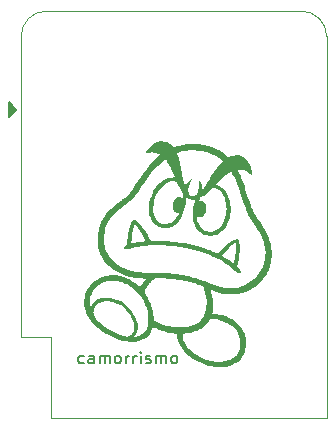
<source format=gbr>
%TF.GenerationSoftware,KiCad,Pcbnew,(6.0.7-1)-1*%
%TF.CreationDate,2022-09-04T19:45:35+02:00*%
%TF.ProjectId,PEQUENA,50455155-454e-4412-9e6b-696361645f70,rev?*%
%TF.SameCoordinates,Original*%
%TF.FileFunction,Legend,Top*%
%TF.FilePolarity,Positive*%
%FSLAX46Y46*%
G04 Gerber Fmt 4.6, Leading zero omitted, Abs format (unit mm)*
G04 Created by KiCad (PCBNEW (6.0.7-1)-1) date 2022-09-04 19:45:35*
%MOMM*%
%LPD*%
G01*
G04 APERTURE LIST*
%ADD10C,0.150000*%
%ADD11C,0.120000*%
G04 APERTURE END LIST*
D10*
X44135714Y-53204761D02*
X44040476Y-53252380D01*
X43850000Y-53252380D01*
X43754761Y-53204761D01*
X43707142Y-53157142D01*
X43659523Y-53061904D01*
X43659523Y-52776190D01*
X43707142Y-52680952D01*
X43754761Y-52633333D01*
X43850000Y-52585714D01*
X44040476Y-52585714D01*
X44135714Y-52633333D01*
X44992857Y-53252380D02*
X44992857Y-52728571D01*
X44945238Y-52633333D01*
X44850000Y-52585714D01*
X44659523Y-52585714D01*
X44564285Y-52633333D01*
X44992857Y-53204761D02*
X44897619Y-53252380D01*
X44659523Y-53252380D01*
X44564285Y-53204761D01*
X44516666Y-53109523D01*
X44516666Y-53014285D01*
X44564285Y-52919047D01*
X44659523Y-52871428D01*
X44897619Y-52871428D01*
X44992857Y-52823809D01*
X45469047Y-53252380D02*
X45469047Y-52585714D01*
X45469047Y-52680952D02*
X45516666Y-52633333D01*
X45611904Y-52585714D01*
X45754761Y-52585714D01*
X45850000Y-52633333D01*
X45897619Y-52728571D01*
X45897619Y-53252380D01*
X45897619Y-52728571D02*
X45945238Y-52633333D01*
X46040476Y-52585714D01*
X46183333Y-52585714D01*
X46278571Y-52633333D01*
X46326190Y-52728571D01*
X46326190Y-53252380D01*
X46945238Y-53252380D02*
X46850000Y-53204761D01*
X46802380Y-53157142D01*
X46754761Y-53061904D01*
X46754761Y-52776190D01*
X46802380Y-52680952D01*
X46850000Y-52633333D01*
X46945238Y-52585714D01*
X47088095Y-52585714D01*
X47183333Y-52633333D01*
X47230952Y-52680952D01*
X47278571Y-52776190D01*
X47278571Y-53061904D01*
X47230952Y-53157142D01*
X47183333Y-53204761D01*
X47088095Y-53252380D01*
X46945238Y-53252380D01*
X47707142Y-53252380D02*
X47707142Y-52585714D01*
X47707142Y-52776190D02*
X47754761Y-52680952D01*
X47802380Y-52633333D01*
X47897619Y-52585714D01*
X47992857Y-52585714D01*
X48326190Y-53252380D02*
X48326190Y-52585714D01*
X48326190Y-52776190D02*
X48373809Y-52680952D01*
X48421428Y-52633333D01*
X48516666Y-52585714D01*
X48611904Y-52585714D01*
X48945238Y-53252380D02*
X48945238Y-52585714D01*
X48945238Y-52252380D02*
X48897619Y-52300000D01*
X48945238Y-52347619D01*
X48992857Y-52300000D01*
X48945238Y-52252380D01*
X48945238Y-52347619D01*
X49373809Y-53204761D02*
X49469047Y-53252380D01*
X49659523Y-53252380D01*
X49754761Y-53204761D01*
X49802380Y-53109523D01*
X49802380Y-53061904D01*
X49754761Y-52966666D01*
X49659523Y-52919047D01*
X49516666Y-52919047D01*
X49421428Y-52871428D01*
X49373809Y-52776190D01*
X49373809Y-52728571D01*
X49421428Y-52633333D01*
X49516666Y-52585714D01*
X49659523Y-52585714D01*
X49754761Y-52633333D01*
X50230952Y-53252380D02*
X50230952Y-52585714D01*
X50230952Y-52680952D02*
X50278571Y-52633333D01*
X50373809Y-52585714D01*
X50516666Y-52585714D01*
X50611904Y-52633333D01*
X50659523Y-52728571D01*
X50659523Y-53252380D01*
X50659523Y-52728571D02*
X50707142Y-52633333D01*
X50802380Y-52585714D01*
X50945238Y-52585714D01*
X51040476Y-52633333D01*
X51088095Y-52728571D01*
X51088095Y-53252380D01*
X51707142Y-53252380D02*
X51611904Y-53204761D01*
X51564285Y-53157142D01*
X51516666Y-53061904D01*
X51516666Y-52776190D01*
X51564285Y-52680952D01*
X51611904Y-52633333D01*
X51707142Y-52585714D01*
X51850000Y-52585714D01*
X51945238Y-52633333D01*
X51992857Y-52680952D01*
X52040476Y-52776190D01*
X52040476Y-53061904D01*
X51992857Y-53157142D01*
X51945238Y-53204761D01*
X51850000Y-53252380D01*
X51707142Y-53252380D01*
%TO.C,G\u002A\u002A\u002A*%
G36*
X54405202Y-43910908D02*
G01*
X53916499Y-43747209D01*
X53426152Y-43611815D01*
X53113828Y-43541100D01*
X53043697Y-43526261D01*
X52965970Y-43509284D01*
X52941839Y-43503887D01*
X52865045Y-43487860D01*
X52783338Y-43472662D01*
X52760798Y-43468881D01*
X52702344Y-43459411D01*
X52621607Y-43446269D01*
X52532037Y-43431645D01*
X52489237Y-43424642D01*
X52390705Y-43409089D01*
X52285203Y-43393365D01*
X52190835Y-43380145D01*
X52163364Y-43376549D01*
X52069618Y-43364587D01*
X51966708Y-43351419D01*
X51882751Y-43340645D01*
X51729391Y-43321716D01*
X51586625Y-43306020D01*
X51448244Y-43293187D01*
X51308038Y-43282849D01*
X51159799Y-43274636D01*
X50997315Y-43268179D01*
X50814378Y-43263109D01*
X50604778Y-43259055D01*
X50479114Y-43257170D01*
X50280601Y-43254680D01*
X50113500Y-43253247D01*
X49973024Y-43252964D01*
X49854390Y-43253921D01*
X49752813Y-43256210D01*
X49663508Y-43259923D01*
X49581691Y-43265149D01*
X49502576Y-43271982D01*
X49456234Y-43276697D01*
X49214797Y-43303443D01*
X49003337Y-43329366D01*
X48815672Y-43355561D01*
X48645622Y-43383117D01*
X48487006Y-43413127D01*
X48333643Y-43446684D01*
X48179353Y-43484878D01*
X48017953Y-43528802D01*
X47999430Y-43534050D01*
X47868501Y-43568050D01*
X47757035Y-43590447D01*
X47669308Y-43600593D01*
X47609596Y-43597844D01*
X47598341Y-43594623D01*
X47536614Y-43557205D01*
X47505580Y-43507231D01*
X47504363Y-43449876D01*
X47532089Y-43390317D01*
X47587882Y-43333731D01*
X47648893Y-43295708D01*
X47706288Y-43262897D01*
X47746946Y-43227441D01*
X47774488Y-43181995D01*
X47792533Y-43119215D01*
X47804702Y-43031756D01*
X47806338Y-43013452D01*
X48163269Y-43013452D01*
X48165132Y-43033374D01*
X48168829Y-43046800D01*
X48172407Y-43054413D01*
X48182535Y-43073770D01*
X48192867Y-43083992D01*
X48211993Y-43085561D01*
X48248504Y-43078961D01*
X48310991Y-43064675D01*
X48319654Y-43062693D01*
X48392402Y-43047930D01*
X48492379Y-43030182D01*
X48610861Y-43010760D01*
X48739123Y-42990974D01*
X48868443Y-42972137D01*
X48990095Y-42955558D01*
X49095357Y-42942550D01*
X49170122Y-42934872D01*
X49251654Y-42927159D01*
X49307645Y-42916885D01*
X49339643Y-42899088D01*
X49349201Y-42868806D01*
X49337870Y-42821077D01*
X49307199Y-42750939D01*
X49258739Y-42653429D01*
X49258333Y-42652622D01*
X49085782Y-42327241D01*
X48909480Y-42030005D01*
X48724501Y-41752871D01*
X48619287Y-41608767D01*
X48553361Y-41525249D01*
X48502560Y-41471286D01*
X48464012Y-41445017D01*
X48434839Y-41444582D01*
X48412168Y-41468120D01*
X48409473Y-41472986D01*
X48392515Y-41517617D01*
X48371685Y-41591860D01*
X48348237Y-41689484D01*
X48323424Y-41804258D01*
X48298499Y-41929950D01*
X48274717Y-42060329D01*
X48253329Y-42189164D01*
X48235590Y-42310223D01*
X48226503Y-42382716D01*
X48207221Y-42551242D01*
X48191849Y-42687489D01*
X48180091Y-42795140D01*
X48171651Y-42877878D01*
X48166232Y-42939387D01*
X48163537Y-42983351D01*
X48163269Y-43013452D01*
X47806338Y-43013452D01*
X47810394Y-42968070D01*
X47828075Y-42788067D01*
X47852805Y-42595650D01*
X47883346Y-42397110D01*
X47918458Y-42198740D01*
X47956904Y-42006831D01*
X47997444Y-41827674D01*
X48038840Y-41667560D01*
X48079852Y-41532781D01*
X48108232Y-41455490D01*
X48173072Y-41313714D01*
X48238800Y-41207252D01*
X48306943Y-41135215D01*
X48379024Y-41096714D01*
X48456569Y-41090861D01*
X48541103Y-41116768D01*
X48615208Y-41160052D01*
X48716904Y-41242304D01*
X48830524Y-41356653D01*
X48954853Y-41501453D01*
X49088677Y-41675058D01*
X49230783Y-41875826D01*
X49379955Y-42102109D01*
X49534980Y-42352265D01*
X49689086Y-42614923D01*
X49736498Y-42697103D01*
X49778740Y-42769023D01*
X49811999Y-42824288D01*
X49832463Y-42856504D01*
X49835707Y-42860924D01*
X49851106Y-42867836D01*
X49886802Y-42873859D01*
X49945485Y-42879147D01*
X50029843Y-42883853D01*
X50142565Y-42888129D01*
X50286340Y-42892128D01*
X50447790Y-42895683D01*
X50855406Y-42907558D01*
X51231115Y-42926297D01*
X51578609Y-42952163D01*
X51901582Y-42985419D01*
X52136208Y-43016276D01*
X52215700Y-43027579D01*
X52310419Y-43040742D01*
X52398717Y-43052761D01*
X52698575Y-43098910D01*
X53023903Y-43159915D01*
X53367859Y-43234303D01*
X53723597Y-43320597D01*
X54064291Y-43411720D01*
X54189068Y-43449142D01*
X54337704Y-43497768D01*
X54500912Y-43554224D01*
X54669406Y-43615135D01*
X54833902Y-43677128D01*
X54985114Y-43736827D01*
X55113755Y-43790858D01*
X55141483Y-43803166D01*
X55223637Y-43840127D01*
X55299157Y-43874071D01*
X55358650Y-43900777D01*
X55388624Y-43914198D01*
X55435592Y-43931769D01*
X55471659Y-43939635D01*
X55473059Y-43939665D01*
X55496619Y-43926330D01*
X55534627Y-43890954D01*
X55579830Y-43840481D01*
X55591246Y-43826515D01*
X55696491Y-43704952D01*
X55825596Y-43571238D01*
X55971402Y-43431899D01*
X56126751Y-43293459D01*
X56284484Y-43162447D01*
X56437442Y-43045387D01*
X56486602Y-43010265D01*
X56644142Y-42906457D01*
X56786726Y-42825688D01*
X56912431Y-42768707D01*
X57019332Y-42736265D01*
X57105506Y-42729114D01*
X57164850Y-42745531D01*
X57213493Y-42784283D01*
X57252747Y-42842325D01*
X57283267Y-42922519D01*
X57305709Y-43027724D01*
X57320727Y-43160800D01*
X57328976Y-43324607D01*
X57331122Y-43471759D01*
X57322698Y-43791165D01*
X57296367Y-44111322D01*
X57253357Y-44421781D01*
X57194897Y-44712094D01*
X57176471Y-44786256D01*
X57151532Y-44887651D01*
X57137864Y-44961367D01*
X57135669Y-45014200D01*
X57145144Y-45052946D01*
X57166491Y-45084398D01*
X57185772Y-45103215D01*
X57258481Y-45179877D01*
X57324559Y-45270937D01*
X57376072Y-45364150D01*
X57403182Y-45438752D01*
X57415526Y-45496124D01*
X57416719Y-45531149D01*
X57405816Y-45556221D01*
X57393038Y-45571683D01*
X57340184Y-45616644D01*
X57288983Y-45629718D01*
X57268710Y-45627051D01*
X57229382Y-45608746D01*
X57165805Y-45566571D01*
X57079733Y-45501849D01*
X56972926Y-45415902D01*
X56847138Y-45310053D01*
X56843265Y-45306734D01*
X56526703Y-45048268D01*
X56211159Y-44817785D01*
X55886758Y-44608740D01*
X55543626Y-44414583D01*
X55340627Y-44310424D01*
X54930481Y-44121576D01*
X55850708Y-44121576D01*
X55862557Y-44142865D01*
X55879223Y-44151733D01*
X55917468Y-44170616D01*
X55956165Y-44194553D01*
X55985582Y-44213739D01*
X56040056Y-44248355D01*
X56113847Y-44294788D01*
X56201216Y-44349427D01*
X56295162Y-44407877D01*
X56395979Y-44471375D01*
X56493992Y-44534785D01*
X56581902Y-44593263D01*
X56652407Y-44641963D01*
X56693451Y-44672246D01*
X56745938Y-44712162D01*
X56787462Y-44741359D01*
X56809908Y-44754169D01*
X56810945Y-44754336D01*
X56828811Y-44740359D01*
X56840073Y-44722666D01*
X56850762Y-44689679D01*
X56866454Y-44623991D01*
X56886519Y-44528665D01*
X56910327Y-44406769D01*
X56937246Y-44261365D01*
X56952458Y-44176389D01*
X56973199Y-44044217D01*
X56990669Y-43903111D01*
X57004654Y-43758348D01*
X57014942Y-43615203D01*
X57021321Y-43478950D01*
X57023578Y-43354865D01*
X57021501Y-43248224D01*
X57014876Y-43164302D01*
X57003492Y-43108374D01*
X56996123Y-43092802D01*
X56973300Y-43065479D01*
X56949784Y-43056100D01*
X56917659Y-43065984D01*
X56869010Y-43096450D01*
X56836638Y-43119365D01*
X56700309Y-43224021D01*
X56550455Y-43350659D01*
X56394899Y-43492015D01*
X56241463Y-43640823D01*
X56097969Y-43789820D01*
X56012675Y-43884543D01*
X55937431Y-43973286D01*
X55886471Y-44040138D01*
X55858121Y-44088451D01*
X55850708Y-44121576D01*
X54930481Y-44121576D01*
X54882998Y-44099713D01*
X54405202Y-43910908D01*
G37*
G36*
X52043328Y-50838691D02*
G01*
X52036834Y-50783117D01*
X52027091Y-50755758D01*
X52025878Y-50754790D01*
X51998608Y-50747510D01*
X51946710Y-50740458D01*
X51885572Y-50735447D01*
X51712980Y-50718640D01*
X51517363Y-50688115D01*
X51308344Y-50645807D01*
X51095546Y-50593655D01*
X50899672Y-50537072D01*
X50760848Y-50492237D01*
X50640659Y-50449630D01*
X50527258Y-50404472D01*
X50408801Y-50351983D01*
X50273441Y-50287384D01*
X50239189Y-50270566D01*
X50144656Y-50224095D01*
X50076876Y-50194149D01*
X50029634Y-50182283D01*
X49996713Y-50190053D01*
X49971897Y-50219014D01*
X49948972Y-50270724D01*
X49921721Y-50346737D01*
X49920436Y-50350350D01*
X49826142Y-50562811D01*
X49702263Y-50756146D01*
X49551032Y-50928508D01*
X49374686Y-51078049D01*
X49175459Y-51202921D01*
X48955586Y-51301275D01*
X48717301Y-51371264D01*
X48674990Y-51380235D01*
X48528317Y-51401818D01*
X48358426Y-51413905D01*
X48177071Y-51416380D01*
X47996004Y-51409122D01*
X47826981Y-51392015D01*
X47805989Y-51388984D01*
X47479157Y-51325093D01*
X47142550Y-51229936D01*
X46794609Y-51102990D01*
X46433774Y-50943728D01*
X46325140Y-50890748D01*
X46039804Y-50742048D01*
X45785570Y-50594911D01*
X45557667Y-50446010D01*
X45351319Y-50292016D01*
X45161755Y-50129601D01*
X44985103Y-49956381D01*
X44765021Y-49701014D01*
X44576822Y-49428500D01*
X44420564Y-49138943D01*
X44327457Y-48909291D01*
X44948895Y-48909291D01*
X44964906Y-49047773D01*
X45013406Y-49192304D01*
X45095092Y-49344491D01*
X45205368Y-49499270D01*
X45409488Y-49731185D01*
X45645006Y-49951790D01*
X45908272Y-50158858D01*
X46195636Y-50350165D01*
X46503446Y-50523486D01*
X46828052Y-50676596D01*
X47165803Y-50807270D01*
X47513048Y-50913283D01*
X47534904Y-50919019D01*
X47609172Y-50939116D01*
X47669592Y-50956957D01*
X47707986Y-50970046D01*
X47717066Y-50974599D01*
X47745593Y-50982236D01*
X47797514Y-50979200D01*
X47862263Y-50967370D01*
X47929270Y-50948629D01*
X47983165Y-50927221D01*
X48098852Y-50853163D01*
X48204508Y-50749917D01*
X48295039Y-50624165D01*
X48365350Y-50482588D01*
X48398575Y-50382340D01*
X48423949Y-50221487D01*
X48420298Y-50044998D01*
X48389145Y-49856672D01*
X48332015Y-49660311D01*
X48250430Y-49459716D01*
X48145913Y-49258687D01*
X48019990Y-49061025D01*
X47874181Y-48870532D01*
X47727869Y-48709026D01*
X47511021Y-48509880D01*
X47283124Y-48344065D01*
X47040535Y-48209470D01*
X46779614Y-48103983D01*
X46585315Y-48046638D01*
X46517867Y-48030799D01*
X46453698Y-48019486D01*
X46384385Y-48011961D01*
X46301506Y-48007487D01*
X46196638Y-48005325D01*
X46107555Y-48004797D01*
X45988209Y-48004981D01*
X45897449Y-48006664D01*
X45827667Y-48010543D01*
X45771249Y-48017319D01*
X45720584Y-48027693D01*
X45668060Y-48042363D01*
X45654954Y-48046406D01*
X45500272Y-48103496D01*
X45372280Y-48171578D01*
X45261899Y-48256043D01*
X45201719Y-48315354D01*
X45086606Y-48461252D01*
X45005876Y-48615626D01*
X44960058Y-48777231D01*
X44948895Y-48909291D01*
X44327457Y-48909291D01*
X44296302Y-48832447D01*
X44213064Y-48547149D01*
X44200769Y-48485255D01*
X44191933Y-48412311D01*
X44186133Y-48321906D01*
X44182945Y-48207627D01*
X44181956Y-48076443D01*
X44182325Y-47948866D01*
X44182492Y-47940056D01*
X44643113Y-47940056D01*
X44643363Y-48022853D01*
X44646184Y-48130755D01*
X44652970Y-48269263D01*
X44663629Y-48378804D01*
X44677764Y-48458104D01*
X44694975Y-48505890D01*
X44714861Y-48520888D01*
X44737025Y-48501823D01*
X44752607Y-48470207D01*
X44830495Y-48300360D01*
X44915757Y-48160554D01*
X45013099Y-48044722D01*
X45127225Y-47946796D01*
X45193300Y-47901861D01*
X45363260Y-47813137D01*
X45556402Y-47744930D01*
X45765205Y-47698571D01*
X45982145Y-47675388D01*
X46199700Y-47676711D01*
X46362685Y-47695229D01*
X46680327Y-47765114D01*
X46981456Y-47866801D01*
X47264740Y-47999384D01*
X47528846Y-48161953D01*
X47772440Y-48353600D01*
X47994191Y-48573416D01*
X48192765Y-48820492D01*
X48335744Y-49040052D01*
X48470375Y-49287646D01*
X48573113Y-49521095D01*
X48644562Y-49742220D01*
X48685325Y-49952844D01*
X48696300Y-50127852D01*
X48688962Y-50310170D01*
X48665780Y-50465636D01*
X48624534Y-50600943D01*
X48563005Y-50722785D01*
X48478974Y-50837855D01*
X48449912Y-50871099D01*
X48404250Y-50923879D01*
X48370048Y-50967833D01*
X48353245Y-50995192D01*
X48352459Y-50998571D01*
X48368454Y-51014624D01*
X48413519Y-51016711D01*
X48483278Y-51004732D01*
X48495191Y-51001820D01*
X48551855Y-50988214D01*
X48622938Y-50972055D01*
X48660228Y-50963902D01*
X48720976Y-50946333D01*
X48800809Y-50917065D01*
X48886673Y-50881066D01*
X48928312Y-50861845D01*
X49097652Y-50761224D01*
X49244804Y-50633141D01*
X49368287Y-50479841D01*
X49466616Y-50303568D01*
X49538311Y-50106563D01*
X49581887Y-49891071D01*
X49584623Y-49868745D01*
X49598752Y-49678539D01*
X49600541Y-49471530D01*
X49590547Y-49261449D01*
X49569330Y-49062032D01*
X49546308Y-48927334D01*
X49461596Y-48596255D01*
X49347292Y-48276538D01*
X49205349Y-47971210D01*
X49037721Y-47683297D01*
X48846363Y-47415828D01*
X48659878Y-47202338D01*
X49294168Y-47202338D01*
X49295267Y-47219623D01*
X49300034Y-47238649D01*
X49311065Y-47264254D01*
X49330957Y-47301275D01*
X49362306Y-47354549D01*
X49407708Y-47428911D01*
X49468742Y-47527556D01*
X49582603Y-47724958D01*
X49689775Y-47937237D01*
X49785681Y-48154065D01*
X49865750Y-48365111D01*
X49924637Y-48557111D01*
X49983422Y-48808543D01*
X50028927Y-49061737D01*
X50058811Y-49302901D01*
X50065439Y-49386316D01*
X50077777Y-49573736D01*
X50152003Y-49627913D01*
X50213884Y-49667486D01*
X50301880Y-49716243D01*
X50408263Y-49770506D01*
X50525301Y-49826598D01*
X50645265Y-49880841D01*
X50760424Y-49929557D01*
X50863047Y-49969069D01*
X50886084Y-49977162D01*
X51140309Y-50056246D01*
X51400466Y-50120337D01*
X51678418Y-50172182D01*
X51819387Y-50193212D01*
X51867352Y-50196573D01*
X51944480Y-50198161D01*
X52043844Y-50198163D01*
X52158520Y-50196766D01*
X52281581Y-50194156D01*
X52406101Y-50190521D01*
X52525155Y-50186047D01*
X52631817Y-50180921D01*
X52719161Y-50175330D01*
X52780261Y-50169461D01*
X52797007Y-50166846D01*
X52952567Y-50133640D01*
X53107407Y-50095627D01*
X53252567Y-50055285D01*
X53379088Y-50015092D01*
X53471616Y-49980253D01*
X53631404Y-49901253D01*
X53791735Y-49801043D01*
X53939250Y-49688613D01*
X54032167Y-49602975D01*
X54181943Y-49425234D01*
X54305604Y-49223723D01*
X54402991Y-48999916D01*
X54473946Y-48755287D01*
X54518312Y-48491309D01*
X54535930Y-48209455D01*
X54526644Y-47911199D01*
X54490294Y-47598015D01*
X54426724Y-47271376D01*
X54335775Y-46932756D01*
X54322776Y-46890627D01*
X54280297Y-46754847D01*
X54117982Y-46689787D01*
X53988021Y-46639877D01*
X53839515Y-46586503D01*
X53679126Y-46531753D01*
X53513516Y-46477713D01*
X53349349Y-46426470D01*
X53193287Y-46380109D01*
X53051993Y-46340718D01*
X52932130Y-46310382D01*
X52851319Y-46293137D01*
X52802665Y-46283824D01*
X52729981Y-46269471D01*
X52644701Y-46252348D01*
X52588810Y-46240989D01*
X52417111Y-46207228D01*
X52251204Y-46177599D01*
X52079848Y-46150283D01*
X51891806Y-46123459D01*
X51737919Y-46103191D01*
X51669958Y-46096330D01*
X51571698Y-46088988D01*
X51449038Y-46081477D01*
X51307878Y-46074112D01*
X51154117Y-46067206D01*
X50993655Y-46061073D01*
X50871430Y-46057138D01*
X50213137Y-46037765D01*
X50115724Y-46096804D01*
X50028915Y-46155740D01*
X49929480Y-46233175D01*
X49828124Y-46319921D01*
X49735553Y-46406788D01*
X49662473Y-46484588D01*
X49658600Y-46489175D01*
X49593719Y-46574353D01*
X49527562Y-46674685D01*
X49463559Y-46783452D01*
X49405145Y-46893938D01*
X49355750Y-46999426D01*
X49318807Y-47093200D01*
X49297749Y-47168541D01*
X49294168Y-47202338D01*
X48659878Y-47202338D01*
X48633227Y-47171828D01*
X48400269Y-46954324D01*
X48152932Y-46768669D01*
X48048635Y-46703980D01*
X47923111Y-46633627D01*
X47788532Y-46563874D01*
X47657070Y-46500982D01*
X47540898Y-46451217D01*
X47521456Y-46443724D01*
X47379837Y-46396484D01*
X47218985Y-46352993D01*
X47049179Y-46315278D01*
X46880697Y-46285368D01*
X46723818Y-46265292D01*
X46588821Y-46257077D01*
X46575193Y-46256985D01*
X46344807Y-46272225D01*
X46107943Y-46316060D01*
X45873567Y-46385663D01*
X45650645Y-46478205D01*
X45448141Y-46590860D01*
X45388223Y-46631329D01*
X45198315Y-46785823D01*
X45035839Y-46960954D01*
X44899505Y-47158654D01*
X44788025Y-47380851D01*
X44700108Y-47629476D01*
X44684986Y-47683480D01*
X44666420Y-47755646D01*
X44653808Y-47816059D01*
X44646317Y-47874327D01*
X44643113Y-47940056D01*
X44182492Y-47940056D01*
X44184198Y-47849773D01*
X44188198Y-47771449D01*
X44194945Y-47706183D01*
X44205061Y-47646259D01*
X44219166Y-47583964D01*
X44222777Y-47569530D01*
X44272713Y-47398536D01*
X44336020Y-47221972D01*
X44406505Y-47056338D01*
X44444474Y-46978973D01*
X44489945Y-46900650D01*
X44551208Y-46807771D01*
X44621808Y-46708980D01*
X44695287Y-46612923D01*
X44765190Y-46528244D01*
X44825060Y-46463587D01*
X44839751Y-46449701D01*
X45031939Y-46294693D01*
X45247809Y-46153139D01*
X45476350Y-46031393D01*
X45706553Y-45935809D01*
X45763578Y-45916583D01*
X45888636Y-45878155D01*
X45994270Y-45850207D01*
X46094630Y-45829666D01*
X46203869Y-45813461D01*
X46279544Y-45804542D01*
X46593087Y-45787601D01*
X46905455Y-45806198D01*
X47217372Y-45860473D01*
X47529561Y-45950568D01*
X47842747Y-46076625D01*
X47957795Y-46131794D01*
X48136351Y-46225602D01*
X48296554Y-46320497D01*
X48450929Y-46424561D01*
X48611999Y-46545874D01*
X48665680Y-46588595D01*
X48736851Y-46645490D01*
X48797391Y-46693210D01*
X48842019Y-46727645D01*
X48865458Y-46744686D01*
X48867608Y-46745795D01*
X48879753Y-46731759D01*
X48907382Y-46693871D01*
X48945974Y-46638455D01*
X48977564Y-46591921D01*
X49035137Y-46512285D01*
X49107663Y-46420588D01*
X49184317Y-46330197D01*
X49232700Y-46276907D01*
X49291109Y-46213497D01*
X49339087Y-46158817D01*
X49371790Y-46118573D01*
X49384374Y-46098473D01*
X49384391Y-46098195D01*
X49371629Y-46088389D01*
X49331967Y-46079153D01*
X49263343Y-46070249D01*
X49163692Y-46061436D01*
X49030952Y-46052475D01*
X48949893Y-46047773D01*
X48536761Y-46008795D01*
X48136065Y-45938811D01*
X47750123Y-45838478D01*
X47381253Y-45708452D01*
X47031771Y-45549389D01*
X46858874Y-45455650D01*
X46670712Y-45336756D01*
X46480926Y-45196743D01*
X46296816Y-45042111D01*
X46125683Y-44879362D01*
X45974825Y-44714995D01*
X45857330Y-44563823D01*
X45682486Y-44284736D01*
X45540995Y-43993970D01*
X45432749Y-43690938D01*
X45357638Y-43375051D01*
X45315554Y-43045721D01*
X45306388Y-42702361D01*
X45307436Y-42686498D01*
X45872493Y-42686498D01*
X45873644Y-42838744D01*
X45877899Y-42983835D01*
X45885264Y-43113125D01*
X45895742Y-43217968D01*
X45898203Y-43235184D01*
X45953188Y-43486199D01*
X46040733Y-43738990D01*
X46158191Y-43986878D01*
X46270504Y-44175018D01*
X46350523Y-44284482D01*
X46453332Y-44406370D01*
X46571478Y-44533195D01*
X46697509Y-44657471D01*
X46823973Y-44771711D01*
X46943416Y-44868429D01*
X47003907Y-44911774D01*
X47272742Y-45073285D01*
X47568710Y-45213668D01*
X47888933Y-45332050D01*
X48230533Y-45427558D01*
X48590630Y-45499319D01*
X48966347Y-45546460D01*
X49139986Y-45559423D01*
X49192592Y-45561769D01*
X49277325Y-45564577D01*
X49390111Y-45567751D01*
X49526874Y-45571195D01*
X49683538Y-45574814D01*
X49856026Y-45578510D01*
X50040264Y-45582189D01*
X50232176Y-45585753D01*
X50327851Y-45587430D01*
X50520152Y-45591003D01*
X50705268Y-45594961D01*
X50879348Y-45599185D01*
X51038542Y-45603559D01*
X51178997Y-45607965D01*
X51296865Y-45612288D01*
X51388295Y-45616410D01*
X51449436Y-45620214D01*
X51468407Y-45622082D01*
X51537301Y-45630702D01*
X51630783Y-45641951D01*
X51737453Y-45654480D01*
X51845909Y-45666935D01*
X51864647Y-45669054D01*
X51992604Y-45685036D01*
X52136448Y-45705563D01*
X52286194Y-45728995D01*
X52431858Y-45753693D01*
X52563456Y-45778017D01*
X52671004Y-45800328D01*
X52688382Y-45804319D01*
X52738606Y-45815878D01*
X52811689Y-45832434D01*
X52895140Y-45851161D01*
X52932787Y-45859554D01*
X53065834Y-45891880D01*
X53226353Y-45935353D01*
X53408094Y-45987944D01*
X53604803Y-46047623D01*
X53810231Y-46112357D01*
X54018125Y-46180118D01*
X54222233Y-46248874D01*
X54416303Y-46316595D01*
X54594085Y-46381250D01*
X54749326Y-46440808D01*
X54851818Y-46482877D01*
X54929617Y-46513906D01*
X55033636Y-46552250D01*
X55155343Y-46595054D01*
X55286207Y-46639465D01*
X55417695Y-46682629D01*
X55541277Y-46721692D01*
X55648420Y-46753799D01*
X55721849Y-46773912D01*
X55854513Y-46806649D01*
X55965627Y-46831532D01*
X56068322Y-46851114D01*
X56175728Y-46867946D01*
X56272987Y-46881035D01*
X56397725Y-46895461D01*
X56503486Y-46903310D01*
X56602904Y-46904617D01*
X56708615Y-46899412D01*
X56833256Y-46887728D01*
X56879473Y-46882596D01*
X57192133Y-46829107D01*
X57494548Y-46741920D01*
X57784640Y-46622612D01*
X58060332Y-46472760D01*
X58319547Y-46293939D01*
X58560208Y-46087728D01*
X58780237Y-45855701D01*
X58977558Y-45599438D01*
X59150093Y-45320513D01*
X59277771Y-45062117D01*
X59385729Y-44774360D01*
X59462894Y-44473705D01*
X59508296Y-44166361D01*
X59520963Y-43858538D01*
X59505680Y-43604923D01*
X59494483Y-43507946D01*
X59483073Y-43427173D01*
X59469395Y-43353700D01*
X59451392Y-43278625D01*
X59427009Y-43193044D01*
X59394189Y-43088055D01*
X59366785Y-43003428D01*
X59309360Y-42835008D01*
X59249196Y-42675309D01*
X59183996Y-42519969D01*
X59111463Y-42364629D01*
X59029299Y-42204928D01*
X58935209Y-42036506D01*
X58826895Y-41855003D01*
X58702060Y-41656057D01*
X58558409Y-41435310D01*
X58473113Y-41306866D01*
X58380390Y-41167876D01*
X58300055Y-41046297D01*
X58230295Y-40938193D01*
X58169299Y-40839627D01*
X58115254Y-40746662D01*
X58066348Y-40655361D01*
X58020769Y-40561786D01*
X57976705Y-40462001D01*
X57932344Y-40352068D01*
X57885874Y-40228051D01*
X57835484Y-40086012D01*
X57779360Y-39922014D01*
X57715691Y-39732120D01*
X57642665Y-39512394D01*
X57630923Y-39477013D01*
X57544509Y-39217528D01*
X57468116Y-38990100D01*
X57400885Y-38792251D01*
X57341956Y-38621502D01*
X57290471Y-38475377D01*
X57245569Y-38351396D01*
X57206393Y-38247083D01*
X57188348Y-38200677D01*
X57099766Y-37983865D01*
X57001993Y-37758438D01*
X56900988Y-37537683D01*
X56802713Y-37334888D01*
X56778180Y-37286422D01*
X56723869Y-37181361D01*
X56682577Y-37104794D01*
X56651605Y-37052595D01*
X56628250Y-37020640D01*
X56609813Y-37004805D01*
X56593594Y-37000966D01*
X56591381Y-37001147D01*
X56558565Y-37014118D01*
X56503296Y-37045835D01*
X56431228Y-37092219D01*
X56348015Y-37149192D01*
X56259312Y-37212673D01*
X56170773Y-37278584D01*
X56088052Y-37342845D01*
X56016803Y-37401378D01*
X55962680Y-37450103D01*
X55947008Y-37466024D01*
X55924574Y-37487543D01*
X55883954Y-37524461D01*
X55838384Y-37564869D01*
X55777305Y-37620047D01*
X55706658Y-37686439D01*
X55630946Y-37759512D01*
X55554674Y-37834732D01*
X55482345Y-37907566D01*
X55418463Y-37973481D01*
X55367532Y-38027942D01*
X55334057Y-38066416D01*
X55322523Y-38084126D01*
X55338300Y-38099875D01*
X55380042Y-38122632D01*
X55439364Y-38147954D01*
X55451688Y-38152598D01*
X55604224Y-38216587D01*
X55735812Y-38290419D01*
X55858377Y-38381842D01*
X55983322Y-38498081D01*
X56136044Y-38674662D01*
X56264752Y-38873096D01*
X56370798Y-39095960D01*
X56455539Y-39345830D01*
X56481968Y-39446480D01*
X56540501Y-39752507D01*
X56568401Y-40060921D01*
X56566233Y-40367759D01*
X56534558Y-40669061D01*
X56473943Y-40960866D01*
X56384949Y-41239213D01*
X56268141Y-41500140D01*
X56164180Y-41679601D01*
X56096303Y-41772810D01*
X56008291Y-41875680D01*
X55908011Y-41980439D01*
X55803332Y-42079317D01*
X55702120Y-42164543D01*
X55612243Y-42228345D01*
X55602844Y-42234043D01*
X55390133Y-42341135D01*
X55174262Y-42412853D01*
X54957348Y-42449349D01*
X54741506Y-42450778D01*
X54528849Y-42417293D01*
X54321493Y-42349048D01*
X54121553Y-42246197D01*
X53935975Y-42112914D01*
X53777806Y-41958488D01*
X53643685Y-41778337D01*
X53534805Y-41574817D01*
X53452357Y-41350284D01*
X53397532Y-41107093D01*
X53385977Y-41025386D01*
X53376790Y-40922474D01*
X53370845Y-40797890D01*
X53370789Y-40795081D01*
X53700932Y-40795081D01*
X53701894Y-40850171D01*
X53709512Y-40925774D01*
X53722758Y-41014572D01*
X53740602Y-41109249D01*
X53762014Y-41202491D01*
X53776194Y-41254871D01*
X53851345Y-41460709D01*
X53949542Y-41638674D01*
X54071040Y-41789028D01*
X54216095Y-41912036D01*
X54384961Y-42007959D01*
X54573689Y-42075909D01*
X54697099Y-42098266D01*
X54838939Y-42105314D01*
X54985012Y-42097440D01*
X55121118Y-42075030D01*
X55177967Y-42059471D01*
X55355128Y-41984143D01*
X55520130Y-41876187D01*
X55671540Y-41737557D01*
X55807926Y-41570207D01*
X55927856Y-41376092D01*
X56029897Y-41157165D01*
X56112618Y-40915382D01*
X56161767Y-40717142D01*
X56203472Y-40456270D01*
X56220286Y-40194019D01*
X56213096Y-39934531D01*
X56182790Y-39681949D01*
X56130256Y-39440417D01*
X56056382Y-39214077D01*
X55962056Y-39007073D01*
X55848166Y-38823548D01*
X55724430Y-38676517D01*
X55587513Y-38557114D01*
X55442196Y-38466984D01*
X55292712Y-38408155D01*
X55143293Y-38382655D01*
X55109491Y-38381718D01*
X55011655Y-38381718D01*
X54764274Y-38621751D01*
X54639620Y-38740955D01*
X54533719Y-38837830D01*
X54440977Y-38916845D01*
X54355798Y-38982471D01*
X54272589Y-39039175D01*
X54185754Y-39091429D01*
X54154395Y-39108984D01*
X54074101Y-39157122D01*
X54014948Y-39204720D01*
X53970066Y-39260545D01*
X53932589Y-39333363D01*
X53895650Y-39431944D01*
X53891268Y-39444903D01*
X53869203Y-39520240D01*
X53864583Y-39565147D01*
X53878026Y-39581256D01*
X53910152Y-39570197D01*
X53933124Y-39555197D01*
X54009615Y-39520011D01*
X54102006Y-39505873D01*
X54196223Y-39513519D01*
X54267320Y-39537741D01*
X54349695Y-39597472D01*
X54422167Y-39683970D01*
X54476906Y-39787857D01*
X54477621Y-39789675D01*
X54492362Y-39849598D01*
X54502416Y-39935386D01*
X54507707Y-40036990D01*
X54508160Y-40144361D01*
X54503698Y-40247452D01*
X54494245Y-40336212D01*
X54482175Y-40393069D01*
X54422440Y-40548324D01*
X54346177Y-40677963D01*
X54255554Y-40779390D01*
X54152738Y-40850007D01*
X54076367Y-40879264D01*
X53976339Y-40890992D01*
X53884138Y-40868658D01*
X53798129Y-40813662D01*
X53751199Y-40779626D01*
X53717739Y-40765532D01*
X53707656Y-40767818D01*
X53700932Y-40795081D01*
X53370789Y-40795081D01*
X53368136Y-40661731D01*
X53368659Y-40524094D01*
X53372408Y-40395076D01*
X53379379Y-40284775D01*
X53386371Y-40222748D01*
X53414578Y-40052931D01*
X53449333Y-39879323D01*
X53487632Y-39715953D01*
X53520605Y-39596026D01*
X53547562Y-39506020D01*
X53562286Y-39445567D01*
X53561634Y-39409170D01*
X53542465Y-39391333D01*
X53501636Y-39386559D01*
X53436004Y-39389352D01*
X53403540Y-39391275D01*
X53323690Y-39394972D01*
X53267543Y-39393730D01*
X53222705Y-39385440D01*
X53176782Y-39367992D01*
X53127453Y-39344295D01*
X53056301Y-39304259D01*
X52987100Y-39257748D01*
X52944165Y-39223018D01*
X52900956Y-39187859D01*
X52865913Y-39167971D01*
X52852599Y-39166248D01*
X52841108Y-39187382D01*
X52828540Y-39238795D01*
X52816137Y-39314629D01*
X52809114Y-39371011D01*
X52766976Y-39684314D01*
X52713679Y-39973616D01*
X52650001Y-40235266D01*
X52576725Y-40465610D01*
X52573143Y-40475374D01*
X52464190Y-40732100D01*
X52335513Y-40967575D01*
X52189211Y-41179249D01*
X52027382Y-41364572D01*
X51852124Y-41520995D01*
X51665535Y-41645965D01*
X51569146Y-41695627D01*
X51448454Y-41745330D01*
X51331512Y-41778189D01*
X51206034Y-41796678D01*
X51059732Y-41803270D01*
X51033738Y-41803386D01*
X50868625Y-41796309D01*
X50721119Y-41772936D01*
X50577661Y-41730058D01*
X50424694Y-41664462D01*
X50403328Y-41654061D01*
X50238685Y-41559221D01*
X50096765Y-41446675D01*
X49975172Y-41313189D01*
X49871511Y-41155525D01*
X49783386Y-40970445D01*
X49708402Y-40754714D01*
X49689877Y-40689986D01*
X49680527Y-40635257D01*
X49673278Y-40551514D01*
X49668135Y-40445889D01*
X49665103Y-40325515D01*
X49664604Y-40255731D01*
X50024648Y-40255731D01*
X50034222Y-40398221D01*
X50072659Y-40622110D01*
X50134330Y-40822067D01*
X50218255Y-40996853D01*
X50323451Y-41145229D01*
X50448940Y-41265957D01*
X50593739Y-41357797D01*
X50756868Y-41419511D01*
X50859872Y-41441071D01*
X50930946Y-41450951D01*
X50989398Y-41455678D01*
X51047971Y-41455275D01*
X51119409Y-41449762D01*
X51194797Y-41441641D01*
X51368042Y-41403939D01*
X51534752Y-41331799D01*
X51693193Y-41226670D01*
X51841628Y-41090003D01*
X51978321Y-40923248D01*
X52101536Y-40727855D01*
X52142803Y-40649704D01*
X52173616Y-40586028D01*
X52196708Y-40533652D01*
X52208081Y-40501791D01*
X52208624Y-40498031D01*
X52195384Y-40486050D01*
X52153213Y-40487381D01*
X52131682Y-40490795D01*
X52051652Y-40501183D01*
X51990164Y-40497682D01*
X51931641Y-40478527D01*
X51903281Y-40464922D01*
X51808258Y-40396770D01*
X51735091Y-40302216D01*
X51684847Y-40184506D01*
X51658592Y-40046883D01*
X51657391Y-39892590D01*
X51673798Y-39766678D01*
X51711497Y-39617686D01*
X51765498Y-39480243D01*
X51832498Y-39359790D01*
X51909190Y-39261769D01*
X51992273Y-39191622D01*
X52037529Y-39167705D01*
X52098601Y-39151482D01*
X52175117Y-39143578D01*
X52252769Y-39144245D01*
X52317248Y-39153734D01*
X52341069Y-39162365D01*
X52379233Y-39187664D01*
X52425870Y-39225863D01*
X52439180Y-39238070D01*
X52476581Y-39268987D01*
X52503306Y-39282962D01*
X52509205Y-39282040D01*
X52514647Y-39260321D01*
X52520576Y-39210292D01*
X52526209Y-39139827D01*
X52530096Y-39071583D01*
X52539528Y-38872585D01*
X52457270Y-38740302D01*
X52375614Y-38599599D01*
X52287833Y-38431161D01*
X52197538Y-38242128D01*
X52137940Y-38108682D01*
X52099767Y-38024931D01*
X52065067Y-37965108D01*
X52026228Y-37923454D01*
X51975636Y-37894211D01*
X51905681Y-37871621D01*
X51808750Y-37849926D01*
X51791106Y-37846331D01*
X51681573Y-37829283D01*
X51582767Y-37827108D01*
X51482102Y-37840865D01*
X51366996Y-37871613D01*
X51323644Y-37885687D01*
X51151691Y-37961158D01*
X50983170Y-38069566D01*
X50820577Y-38207649D01*
X50666408Y-38372149D01*
X50523159Y-38559805D01*
X50393327Y-38767357D01*
X50279408Y-38991546D01*
X50183898Y-39229111D01*
X50111273Y-39468973D01*
X50070903Y-39659310D01*
X50042364Y-39861658D01*
X50026624Y-40064353D01*
X50024648Y-40255731D01*
X49664604Y-40255731D01*
X49664188Y-40197525D01*
X49665393Y-40069052D01*
X49668725Y-39947228D01*
X49674188Y-39839187D01*
X49681787Y-39752061D01*
X49689179Y-39703314D01*
X49769935Y-39365480D01*
X49867760Y-39057593D01*
X49983981Y-38776997D01*
X50119924Y-38521033D01*
X50276915Y-38287044D01*
X50456280Y-38072370D01*
X50551766Y-37974376D01*
X50730506Y-37818524D01*
X50915760Y-37695361D01*
X51113030Y-37601382D01*
X51171510Y-37579701D01*
X51240474Y-37556797D01*
X51300392Y-37540750D01*
X51361211Y-37530059D01*
X51432880Y-37523221D01*
X51525346Y-37518734D01*
X51588560Y-37516727D01*
X51697041Y-37513368D01*
X51773183Y-37508316D01*
X51820820Y-37498273D01*
X51843785Y-37479941D01*
X51845912Y-37450020D01*
X51831034Y-37405212D01*
X51802986Y-37342220D01*
X51799720Y-37335048D01*
X51769078Y-37267561D01*
X51739780Y-37202834D01*
X51724409Y-37168745D01*
X51705993Y-37128640D01*
X51675972Y-37064207D01*
X51638269Y-36983830D01*
X51596806Y-36895890D01*
X51590192Y-36881905D01*
X51551665Y-36800071D01*
X51519420Y-36730818D01*
X51496282Y-36680271D01*
X51485077Y-36654557D01*
X51484462Y-36652633D01*
X51475821Y-36635764D01*
X51451890Y-36592849D01*
X51415662Y-36529098D01*
X51370127Y-36449721D01*
X51318276Y-36359927D01*
X51263101Y-36264926D01*
X51207592Y-36169926D01*
X51194797Y-36148122D01*
X51145645Y-36068174D01*
X51102997Y-36012412D01*
X51061979Y-35980977D01*
X51017712Y-35974014D01*
X50965320Y-35991664D01*
X50899927Y-36034070D01*
X50816656Y-36101376D01*
X50747592Y-36161210D01*
X50559092Y-36332763D01*
X50377532Y-36511333D01*
X50200075Y-36700384D01*
X50023885Y-36903376D01*
X49846128Y-37123772D01*
X49663966Y-37365031D01*
X49474565Y-37630616D01*
X49275088Y-37923988D01*
X49158315Y-38101105D01*
X49017945Y-38315596D01*
X48894131Y-38502882D01*
X48783898Y-38666249D01*
X48684273Y-38808984D01*
X48592282Y-38934370D01*
X48504953Y-39045696D01*
X48419311Y-39146245D01*
X48332383Y-39239305D01*
X48241197Y-39328161D01*
X48142778Y-39416098D01*
X48034153Y-39506403D01*
X47912348Y-39602361D01*
X47774391Y-39707258D01*
X47617307Y-39824381D01*
X47561342Y-39865846D01*
X47463687Y-39938678D01*
X47359053Y-40017603D01*
X47258650Y-40094113D01*
X47173691Y-40159697D01*
X47157591Y-40172282D01*
X47086307Y-40231147D01*
X47001716Y-40305736D01*
X46908932Y-40391051D01*
X46813068Y-40482097D01*
X46719239Y-40573876D01*
X46632556Y-40661394D01*
X46558135Y-40739653D01*
X46501089Y-40803656D01*
X46468215Y-40845852D01*
X46436564Y-40893001D01*
X46393312Y-40957392D01*
X46347064Y-41026217D01*
X46340526Y-41035944D01*
X46183019Y-41302654D01*
X46055654Y-41589015D01*
X45958800Y-41894069D01*
X45898827Y-42178894D01*
X45887613Y-42273295D01*
X45879483Y-42395127D01*
X45874441Y-42535744D01*
X45872493Y-42686498D01*
X45307436Y-42686498D01*
X45330032Y-42344382D01*
X45382178Y-41993478D01*
X45399837Y-41914333D01*
X45426868Y-41812024D01*
X45460067Y-41697342D01*
X45496236Y-41581078D01*
X45532172Y-41474024D01*
X45554020Y-41414148D01*
X45584757Y-41341167D01*
X45628406Y-41247618D01*
X45680757Y-41141583D01*
X45737600Y-41031142D01*
X45794726Y-40924377D01*
X45847926Y-40829368D01*
X45892989Y-40754197D01*
X45915139Y-40720898D01*
X46012588Y-40597001D01*
X46138766Y-40457449D01*
X46291048Y-40304698D01*
X46466810Y-40141206D01*
X46663426Y-39969427D01*
X46878273Y-39791818D01*
X47067071Y-39642886D01*
X47151247Y-39577594D01*
X47231197Y-39515148D01*
X47299824Y-39461122D01*
X47350031Y-39421089D01*
X47364702Y-39409141D01*
X47410319Y-39373342D01*
X47446953Y-39347802D01*
X47458970Y-39341233D01*
X47494754Y-39319400D01*
X47550486Y-39276090D01*
X47621119Y-39216020D01*
X47701606Y-39143908D01*
X47786897Y-39064470D01*
X47871946Y-38982426D01*
X47951705Y-38902492D01*
X48021125Y-38829385D01*
X48075159Y-38767824D01*
X48083388Y-38757674D01*
X48134678Y-38690182D01*
X48202862Y-38595617D01*
X48285528Y-38477542D01*
X48380265Y-38339515D01*
X48484660Y-38185099D01*
X48596303Y-38017854D01*
X48712782Y-37841339D01*
X48831686Y-37659117D01*
X48920407Y-37521775D01*
X48979959Y-37430790D01*
X49048057Y-37329208D01*
X49112962Y-37234474D01*
X49133604Y-37204954D01*
X49182539Y-37135229D01*
X49226576Y-37072013D01*
X49259613Y-37024087D01*
X49271958Y-37005809D01*
X49292183Y-36977641D01*
X49330642Y-36926198D01*
X49383317Y-36856774D01*
X49446193Y-36774660D01*
X49515253Y-36685148D01*
X49519290Y-36679936D01*
X49586950Y-36596067D01*
X49669694Y-36499042D01*
X49763759Y-36392787D01*
X49865377Y-36281232D01*
X49970783Y-36168305D01*
X50076211Y-36057933D01*
X50177895Y-35954044D01*
X50272070Y-35860568D01*
X50354970Y-35781431D01*
X50422829Y-35720562D01*
X50471881Y-35681889D01*
X50482670Y-35675027D01*
X50526375Y-35640029D01*
X50561976Y-35595137D01*
X50578964Y-35554025D01*
X50579259Y-35549351D01*
X50576722Y-35545495D01*
X50565758Y-35539461D01*
X50541333Y-35529279D01*
X50498416Y-35512978D01*
X50431974Y-35488587D01*
X50336975Y-35454135D01*
X50325951Y-35450148D01*
X50287112Y-35436621D01*
X52053458Y-35436621D01*
X52055083Y-35462963D01*
X52066760Y-35515319D01*
X52086458Y-35585569D01*
X52106766Y-35649615D01*
X52133599Y-35735388D01*
X52165285Y-35844726D01*
X52198559Y-35965909D01*
X52230156Y-36087215D01*
X52242618Y-36137334D01*
X52270784Y-36253805D01*
X52294220Y-36354322D01*
X52314787Y-36447898D01*
X52334346Y-36543544D01*
X52354758Y-36650272D01*
X52377883Y-36777095D01*
X52397652Y-36888133D01*
X52414817Y-36983055D01*
X52433837Y-37085037D01*
X52451027Y-37174377D01*
X52453495Y-37186850D01*
X52471346Y-37276680D01*
X52491677Y-37379129D01*
X52509185Y-37467463D01*
X52540576Y-37618380D01*
X52573399Y-37762527D01*
X52606476Y-37895793D01*
X52638631Y-38014065D01*
X52668688Y-38113233D01*
X52695469Y-38189184D01*
X52717799Y-38237807D01*
X52734501Y-38254989D01*
X52734536Y-38254989D01*
X52747348Y-38239581D01*
X52766669Y-38200169D01*
X52779271Y-38168995D01*
X52825277Y-38068215D01*
X52885299Y-37967767D01*
X52954579Y-37873000D01*
X53028359Y-37789263D01*
X53101881Y-37721904D01*
X53170387Y-37676272D01*
X53229120Y-37657716D01*
X53234220Y-37657555D01*
X53268520Y-37668669D01*
X53274903Y-37700522D01*
X53253443Y-37750882D01*
X53230074Y-37785292D01*
X53154662Y-37905384D01*
X53089255Y-38052228D01*
X53053295Y-38156813D01*
X53000950Y-38353578D01*
X52975048Y-38526785D01*
X52975661Y-38677690D01*
X53002863Y-38807547D01*
X53056727Y-38917610D01*
X53100717Y-38973420D01*
X53191131Y-39052508D01*
X53284282Y-39095753D01*
X53381607Y-39103494D01*
X53484545Y-39076073D01*
X53501679Y-39068423D01*
X53615851Y-38996749D01*
X53710545Y-38897779D01*
X53786127Y-38770676D01*
X53842967Y-38614608D01*
X53881431Y-38428740D01*
X53901888Y-38212236D01*
X53904165Y-38155417D01*
X53908195Y-38033274D01*
X53912310Y-37942767D01*
X53917354Y-37879334D01*
X53924175Y-37838411D01*
X53933616Y-37815435D01*
X53946525Y-37805841D01*
X53963747Y-37805068D01*
X53968968Y-37805738D01*
X54013274Y-37829809D01*
X54052119Y-37885672D01*
X54084223Y-37969156D01*
X54108304Y-38076086D01*
X54123082Y-38202291D01*
X54127372Y-38321811D01*
X54129103Y-38400045D01*
X54133544Y-38464079D01*
X54139954Y-38505720D01*
X54145099Y-38517090D01*
X54169447Y-38514028D01*
X54194976Y-38495437D01*
X54236078Y-38447860D01*
X54294208Y-38370685D01*
X54368221Y-38265631D01*
X54456972Y-38134420D01*
X54559314Y-37978768D01*
X54674103Y-37800396D01*
X54800193Y-37601024D01*
X54934682Y-37385205D01*
X55152772Y-37052649D01*
X55379235Y-36745434D01*
X55610850Y-36467779D01*
X55745240Y-36323019D01*
X55818485Y-36244916D01*
X55872844Y-36181738D01*
X55905753Y-36136671D01*
X55914648Y-36112900D01*
X55914571Y-36112682D01*
X55896077Y-36091417D01*
X55853796Y-36054433D01*
X55793881Y-36006376D01*
X55722482Y-35951891D01*
X55645752Y-35895624D01*
X55569843Y-35842219D01*
X55500907Y-35796323D01*
X55470526Y-35777370D01*
X55357641Y-35714067D01*
X55221265Y-35645342D01*
X55072558Y-35576272D01*
X54922682Y-35511935D01*
X54782797Y-35457410D01*
X54716037Y-35434065D01*
X54593029Y-35394529D01*
X54480547Y-35361619D01*
X54365221Y-35331754D01*
X54233684Y-35301352D01*
X54163863Y-35286161D01*
X53977432Y-35253999D01*
X53765993Y-35230856D01*
X53539670Y-35216989D01*
X53308589Y-35212654D01*
X53082873Y-35218108D01*
X52872647Y-35233606D01*
X52742694Y-35250170D01*
X52558409Y-35280922D01*
X52399440Y-35312058D01*
X52267831Y-35343026D01*
X52165629Y-35373270D01*
X52094878Y-35402240D01*
X52057625Y-35429380D01*
X52053458Y-35436621D01*
X50287112Y-35436621D01*
X50261277Y-35427623D01*
X50207364Y-35412157D01*
X50154609Y-35402434D01*
X50093411Y-35397137D01*
X50014167Y-35394948D01*
X49920561Y-35394547D01*
X49805277Y-35395756D01*
X49716647Y-35400011D01*
X49645179Y-35408255D01*
X49581378Y-35421431D01*
X49543036Y-35432033D01*
X49459912Y-35453594D01*
X49405426Y-35459275D01*
X49375559Y-35448836D01*
X49366290Y-35422033D01*
X49366287Y-35421373D01*
X49379481Y-35370328D01*
X49416457Y-35300544D01*
X49473302Y-35216609D01*
X49546107Y-35123111D01*
X49630958Y-35024639D01*
X49723945Y-34925780D01*
X49821156Y-34831121D01*
X49918680Y-34745252D01*
X49991452Y-34688064D01*
X50172647Y-34575427D01*
X50363254Y-34497076D01*
X50560660Y-34453145D01*
X50762248Y-34443769D01*
X50965403Y-34469081D01*
X51167511Y-34529216D01*
X51355064Y-34618101D01*
X51462861Y-34684465D01*
X51566059Y-34757968D01*
X51653453Y-34830306D01*
X51691520Y-34867430D01*
X51739938Y-34907530D01*
X51791241Y-34921844D01*
X51855856Y-34911964D01*
X51895963Y-34898614D01*
X52032026Y-34854880D01*
X52204200Y-34810899D01*
X52412393Y-34766692D01*
X52656508Y-34722282D01*
X52697434Y-34715401D01*
X52878169Y-34692617D01*
X53084847Y-34678934D01*
X53308434Y-34674097D01*
X53539895Y-34677853D01*
X53770196Y-34689946D01*
X53990300Y-34710123D01*
X54191174Y-34738129D01*
X54308696Y-34760749D01*
X54458252Y-34793964D01*
X54573331Y-34820447D01*
X54654986Y-34840445D01*
X54697933Y-34852236D01*
X55022728Y-34960825D01*
X55322718Y-35083523D01*
X55607963Y-35224668D01*
X55757021Y-35308680D01*
X55831071Y-35352588D01*
X55893195Y-35390216D01*
X55936989Y-35417628D01*
X55956052Y-35430894D01*
X55956165Y-35431020D01*
X55974970Y-35447212D01*
X56012737Y-35476483D01*
X56037634Y-35495055D01*
X56084716Y-35531537D01*
X56147915Y-35582902D01*
X56216170Y-35640105D01*
X56241214Y-35661561D01*
X56299798Y-35710453D01*
X56349307Y-35748722D01*
X56382732Y-35771103D01*
X56391816Y-35774733D01*
X56415962Y-35769274D01*
X56466601Y-35754469D01*
X56535959Y-35732677D01*
X56604629Y-35710154D01*
X56820136Y-35654210D01*
X57030773Y-35631014D01*
X57233796Y-35640093D01*
X57426460Y-35680972D01*
X57606019Y-35753178D01*
X57769728Y-35856237D01*
X57851585Y-35925494D01*
X57969134Y-36045316D01*
X58064284Y-36166999D01*
X58147752Y-36304928D01*
X58178522Y-36364364D01*
X58236801Y-36494950D01*
X58289386Y-36639042D01*
X58334002Y-36787967D01*
X58368375Y-36933050D01*
X58390233Y-37065618D01*
X58397303Y-37176996D01*
X58396699Y-37196806D01*
X58392625Y-37256542D01*
X58385645Y-37288188D01*
X58371827Y-37299846D01*
X58347238Y-37299621D01*
X58346829Y-37299576D01*
X58308162Y-37281977D01*
X58256361Y-37239356D01*
X58214895Y-37196340D01*
X58119900Y-37107003D01*
X58001590Y-37021919D01*
X57872649Y-36949206D01*
X57748468Y-36897861D01*
X57679688Y-36879865D01*
X57588584Y-36862211D01*
X57488978Y-36847362D01*
X57425034Y-36840268D01*
X57321693Y-36831286D01*
X57248906Y-36829235D01*
X57204270Y-36838228D01*
X57185382Y-36862375D01*
X57189839Y-36905788D01*
X57215239Y-36972579D01*
X57259177Y-37066859D01*
X57274246Y-37098267D01*
X57343192Y-37244701D01*
X57409642Y-37392008D01*
X57474710Y-37543245D01*
X57539508Y-37701473D01*
X57605151Y-37869748D01*
X57672753Y-38051130D01*
X57743427Y-38248677D01*
X57818287Y-38465447D01*
X57898447Y-38704500D01*
X57985021Y-38968893D01*
X58079121Y-39261685D01*
X58181862Y-39585936D01*
X58193170Y-39621846D01*
X58255539Y-39816930D01*
X58312269Y-39985432D01*
X58366342Y-40133110D01*
X58420737Y-40265718D01*
X58478438Y-40389013D01*
X58542424Y-40508751D01*
X58615677Y-40630688D01*
X58701178Y-40760581D01*
X58801908Y-40904185D01*
X58920849Y-41067257D01*
X58990164Y-41160691D01*
X59102536Y-41320422D01*
X59220932Y-41504495D01*
X59340861Y-41704795D01*
X59457837Y-41913211D01*
X59567370Y-42121627D01*
X59664973Y-42321932D01*
X59746158Y-42506010D01*
X59776318Y-42581860D01*
X59839640Y-42763065D01*
X59898555Y-42960543D01*
X59950778Y-43164579D01*
X59994023Y-43365457D01*
X60026003Y-43553460D01*
X60044432Y-43718873D01*
X60044684Y-43722416D01*
X60048177Y-43802909D01*
X60049637Y-43908034D01*
X60049062Y-44026274D01*
X60046449Y-44146108D01*
X60044784Y-44193122D01*
X60020487Y-44492090D01*
X59970942Y-44772627D01*
X59893790Y-45044355D01*
X59786676Y-45316894D01*
X59749868Y-45397042D01*
X59619639Y-45648819D01*
X59476290Y-45878428D01*
X59313192Y-46095252D01*
X59123712Y-46308674D01*
X59057786Y-46376412D01*
X58846829Y-46576382D01*
X58637857Y-46747614D01*
X58422578Y-46896091D01*
X58192697Y-47027793D01*
X58068892Y-47089604D01*
X57781924Y-47212991D01*
X57497587Y-47306536D01*
X57204653Y-47373850D01*
X57160086Y-47381769D01*
X57075037Y-47392099D01*
X56962197Y-47399650D01*
X56829872Y-47404422D01*
X56686371Y-47406418D01*
X56540004Y-47405639D01*
X56399077Y-47402087D01*
X56271901Y-47395764D01*
X56166783Y-47386671D01*
X56128154Y-47381563D01*
X55915706Y-47340764D01*
X55676300Y-47279737D01*
X55412492Y-47199232D01*
X55126835Y-47099998D01*
X54974668Y-47042846D01*
X54923466Y-47026403D01*
X54886591Y-47020518D01*
X54876384Y-47022962D01*
X54874381Y-47045904D01*
X54882652Y-47091745D01*
X54894576Y-47134650D01*
X54936327Y-47279045D01*
X54978477Y-47446388D01*
X55017943Y-47623586D01*
X55051642Y-47797547D01*
X55054519Y-47813934D01*
X55065370Y-47901309D01*
X55073100Y-48015152D01*
X55077776Y-48147656D01*
X55079465Y-48291013D01*
X55078233Y-48437418D01*
X55074149Y-48579063D01*
X55067278Y-48708142D01*
X55057687Y-48816848D01*
X55045445Y-48897373D01*
X55045221Y-48898422D01*
X55029850Y-48975176D01*
X55023489Y-49023960D01*
X55025764Y-49051776D01*
X55036272Y-49065608D01*
X55064758Y-49072764D01*
X55118902Y-49078190D01*
X55188162Y-49080918D01*
X55204847Y-49081062D01*
X55315313Y-49086651D01*
X55450254Y-49101869D01*
X55599705Y-49125169D01*
X55753699Y-49155005D01*
X55896711Y-49188400D01*
X56181704Y-49277381D01*
X56453294Y-49393763D01*
X56708815Y-49535215D01*
X56945602Y-49699405D01*
X57160989Y-49884001D01*
X57352312Y-50086672D01*
X57516905Y-50305087D01*
X57652103Y-50536914D01*
X57755240Y-50779822D01*
X57771383Y-50828261D01*
X57799403Y-50917200D01*
X57819135Y-50984258D01*
X57833504Y-51041982D01*
X57845435Y-51102918D01*
X57857853Y-51179614D01*
X57866331Y-51235602D01*
X57883395Y-51369501D01*
X57890883Y-51489265D01*
X57888804Y-51608728D01*
X57877169Y-51741722D01*
X57866770Y-51825135D01*
X57822572Y-52074456D01*
X57759151Y-52297149D01*
X57673942Y-52498734D01*
X57564384Y-52684729D01*
X57427915Y-52860654D01*
X57343690Y-52951809D01*
X57156932Y-53119163D01*
X56949052Y-53259309D01*
X56719015Y-53372688D01*
X56465785Y-53459743D01*
X56188329Y-53520917D01*
X55938061Y-53552425D01*
X55767619Y-53564361D01*
X55613620Y-53567697D01*
X55460093Y-53562222D01*
X55291063Y-53547723D01*
X55250107Y-53543290D01*
X54991888Y-53508081D01*
X54752944Y-53460969D01*
X54520643Y-53398713D01*
X54282354Y-53318074D01*
X54109551Y-53250718D01*
X53941598Y-53176071D01*
X53761695Y-53085219D01*
X53578386Y-52983219D01*
X53400211Y-52875128D01*
X53235713Y-52766001D01*
X53093433Y-52660897D01*
X53041411Y-52618368D01*
X52803761Y-52401320D01*
X52597017Y-52180191D01*
X52421935Y-51956273D01*
X52279270Y-51730856D01*
X52169774Y-51505230D01*
X52094204Y-51280686D01*
X52053313Y-51058514D01*
X52046259Y-50926047D01*
X52513065Y-50926047D01*
X52520387Y-51023408D01*
X52537158Y-51128488D01*
X52562945Y-51234607D01*
X52589187Y-51314207D01*
X52663990Y-51479724D01*
X52765999Y-51654030D01*
X52890113Y-51829564D01*
X53031232Y-51998766D01*
X53101102Y-52073054D01*
X53292234Y-52249128D01*
X53512657Y-52418574D01*
X53755544Y-52577315D01*
X54014067Y-52721279D01*
X54281401Y-52846391D01*
X54550717Y-52948577D01*
X54589309Y-52961180D01*
X54704861Y-52994330D01*
X54840667Y-53027314D01*
X54984839Y-53057729D01*
X55125488Y-53083173D01*
X55250726Y-53101242D01*
X55313471Y-53107540D01*
X55403307Y-53111300D01*
X55514791Y-53111292D01*
X55637828Y-53107983D01*
X55762325Y-53101842D01*
X55878186Y-53093336D01*
X55975317Y-53082933D01*
X56028582Y-53074411D01*
X56201380Y-53035497D01*
X56351704Y-52990974D01*
X56493276Y-52936201D01*
X56633986Y-52869510D01*
X56728293Y-52819527D01*
X56802393Y-52774290D01*
X56867962Y-52725283D01*
X56936677Y-52663987D01*
X56998639Y-52603493D01*
X57077951Y-52521634D01*
X57136955Y-52452841D01*
X57183228Y-52387087D01*
X57224350Y-52314340D01*
X57238796Y-52285638D01*
X57290418Y-52174572D01*
X57328579Y-52074966D01*
X57355217Y-51977566D01*
X57372265Y-51873121D01*
X57381659Y-51752377D01*
X57385334Y-51606082D01*
X57385495Y-51584179D01*
X57384480Y-51435447D01*
X57379268Y-51317296D01*
X57369515Y-51224302D01*
X57359009Y-51167785D01*
X57286498Y-50915949D01*
X57189770Y-50687589D01*
X57067198Y-50480755D01*
X56917158Y-50293500D01*
X56738024Y-50123871D01*
X56528170Y-49969921D01*
X56285973Y-49829699D01*
X56212984Y-49793043D01*
X56015698Y-49706137D01*
X55805510Y-49630194D01*
X55590798Y-49567386D01*
X55379935Y-49519887D01*
X55181297Y-49489870D01*
X55004705Y-49479508D01*
X54925378Y-49479868D01*
X54874330Y-49482373D01*
X54843633Y-49489166D01*
X54825358Y-49502387D01*
X54811577Y-49524178D01*
X54807041Y-49532885D01*
X54737440Y-49647507D01*
X54643654Y-49772879D01*
X54532685Y-49901353D01*
X54411536Y-50025281D01*
X54287206Y-50137014D01*
X54175254Y-50223007D01*
X54111989Y-50262521D01*
X54024085Y-50311387D01*
X53920415Y-50365241D01*
X53809848Y-50419721D01*
X53701257Y-50470461D01*
X53603514Y-50513099D01*
X53525488Y-50543271D01*
X53521169Y-50544744D01*
X53341310Y-50599130D01*
X53144777Y-50647757D01*
X52946272Y-50687453D01*
X52760497Y-50715047D01*
X52704113Y-50720992D01*
X52636890Y-50728814D01*
X52582671Y-50738034D01*
X52552759Y-50746715D01*
X52552166Y-50747062D01*
X52528519Y-50781195D01*
X52515631Y-50843083D01*
X52513065Y-50926047D01*
X52046259Y-50926047D01*
X52045688Y-50915330D01*
X52043328Y-50838691D01*
G37*
%TO.C,WEMOS D1*%
G36*
X38427000Y-31762000D02*
G01*
X37792000Y-32397000D01*
X37792000Y-31127000D01*
X38427000Y-31762000D01*
G37*
X38427000Y-31762000D02*
X37792000Y-32397000D01*
X37792000Y-31127000D01*
X38427000Y-31762000D01*
D11*
X40962000Y-23422000D02*
G75*
G03*
X38832000Y-25552000I2J-2130002D01*
G01*
X64692000Y-25552000D02*
G75*
G03*
X62562000Y-23422000I-2130000J0D01*
G01*
X41372000Y-57882000D02*
X64692000Y-57882000D01*
X64692000Y-57882000D02*
X64692000Y-25552000D01*
X41372000Y-50982000D02*
X41372000Y-57882000D01*
X62572000Y-23422000D02*
X40962000Y-23422000D01*
X38832000Y-50982000D02*
X38832000Y-25552000D01*
X38832000Y-50982000D02*
X41372000Y-50982000D01*
%TD*%
M02*

</source>
